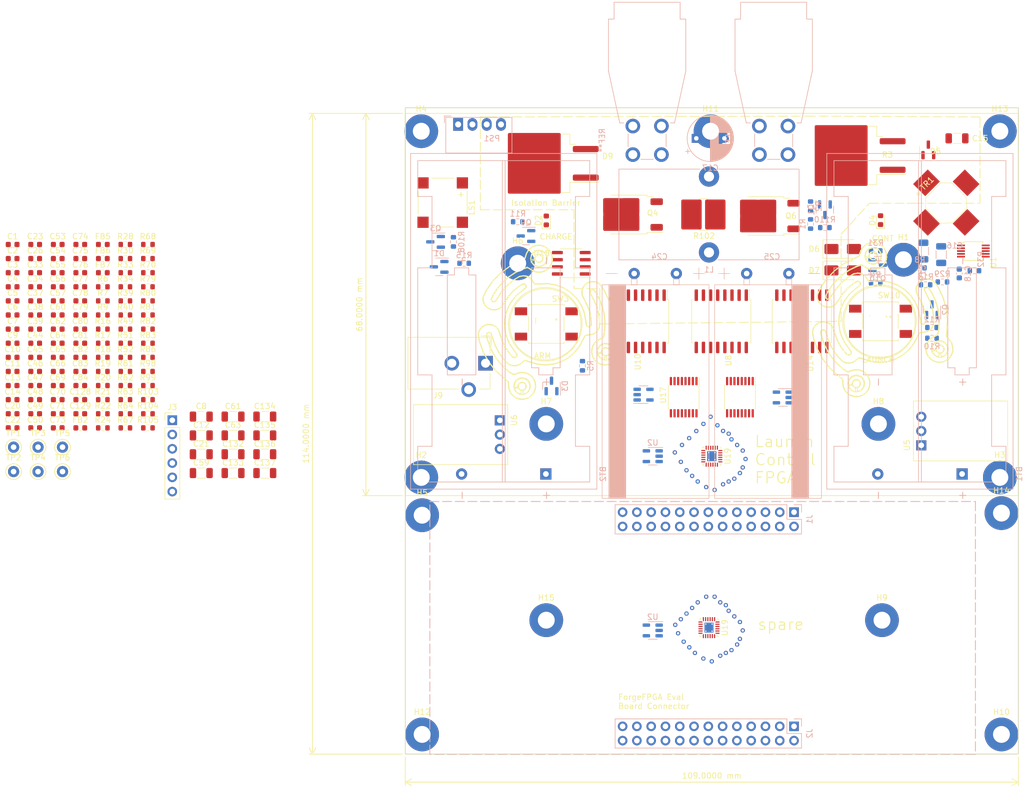
<source format=kicad_pcb>
(kicad_pcb (version 20221018) (generator pcbnew)
  (layers (0 "F.Cu" signal) (1 "In1.Cu" signal) (2 "In2.Cu" signal) (31 "B.Cu" signal) (34 "B.Paste" user) (35 "F.Paste" user) (36 "B.SilkS" user "B.Silkscreen") (37 "F.SilkS" user "F.Silkscreen") (38 "B.Mask" user) (39 "F.Mask" user) (44 "Edge.Cuts" user))
  (net 0 "")
  (net 1 "Net-(D3-A)")
  (net 2 "CVlo")
  (net 3 "+BATT")
  (net 4 "+12V")
  (net 5 "/vref0")
  (net 6 "+3.3V")
  (net 7 "+2V5")
  (net 8 "Net-(U1-CT)")
  (net 9 "Net-(U10-INP)")
  (net 10 "/vinb0+")
  (net 11 "/vinb0-")
  (net 12 "/vina0+")
  (net 13 "/vina0-")
  (net 14 "Net-(PS1-+Vout)")
  (net 15 "Net-(U14-INP)")
  (net 16 "Net-(U14-INN)")
  (net 17 "Net-(U14-DCDC_OUT)")
  (net 18 "Net-(U14-HLDO_OUT)")
  (net 19 "Net-(U10-DCDC_OUT)")
  (net 20 "Net-(U14-DCDC_IN)")
  (net 21 "Net-(U14-DCDC_GND)")
  (net 22 "/vina1+")
  (net 23 "/vinb1+")
  (net 24 "/vina1-")
  (net 25 "/vinb1-")
  (net 27 "/vref1")
  (net 28 "Net-(U8-DCDC_IN)")
  (net 29 "Net-(U8-DCDC_GND)")
  (net 30 "Net-(U8-INP)")
  (net 31 "Net-(U10-HLDO_OUT)")
  (net 32 "Net-(U8-DCDC_OUT)")
  (net 33 "Net-(U8-HLDO_OUT)")
  (net 34 "Net-(U10-DCDC_IN)")
  (net 35 "Net-(U10-DCDC_GND)")
  (net 36 "/arm_led_oc")
  (net 37 "+1V1")
  (net 39 "/cont_led_oc")
  (net 40 "Net-(Q1-G)")
  (net 41 "Net-(Q9-B)")
  (net 42 "LIhi")
  (net 43 "Net-(Q2-B)")
  (net 44 "Net-(Q1-D)")
  (net 45 "Net-(Q10-B)")
  (net 46 "/dump")
  (net 47 "Net-(U1-SEC)")
  (net 48 "Net-(D5-Pad1)")
  (net 49 "Net-(U2-EN)")
  (net 50 "Net-(R83-Pad1)")
  (net 51 "/speaker")
  (net 53 "/launch")
  (net 55 "/reset_n")
  (net 56 "/osc")
  (net 61 "Net-(D6-K)")
  (net 64 "/pwm")
  (net 65 "/charge")
  (net 66 "/done")
  (net 67 "/dataB0")
  (net 68 "/dataB1")
  (net 69 "/dataA1")
  (net 70 "/dataA0")
  (net 71 "/cs")
  (net 72 "/sclk")
  (net 73 "/LIdiag")
  (net 74 "/LVdiag")
  (net 75 "/CVdiag")
  (net 76 "Net-(D2-A)")
  (net 77 "/fire")
  (net 78 "Net-(D4-A)")
  (net 79 "/arm_led")
  (net 80 "/cont_led")
  (net 81 "Net-(U4-EN)")
  (net 86 "Net-(U3-nCS)")
  (net 87 "Net-(U3-SDATAB)")
  (net 88 "Net-(U3-SDATAA)")
  (net 89 "Net-(U3-SCLK)")
  (net 90 "Net-(U17-nCS)")
  (net 91 "Net-(U17-SDATAB)")
  (net 92 "Net-(U17-SDATAA)")
  (net 93 "Net-(U17-SCLK)")
  (net 94 "Net-(FB5-Pad1)")
  (net 95 "Net-(FB6-Pad1)")
  (net 96 "Net-(U1-RREF)")
  (net 97 "/gate")
  (net 98 "Net-(U1-RFB)")
  (net 101 "LIlo")
  (net 106 "GND")
  (net 107 "LVlo")
  (net 109 "Net-(U23-EN)")
  (net 110 "+VSW")
  (net 111 "CVhi")
  (net 112 "LVhi")
  (net 113 "+300V")
  (net 114 "/+OUT")
  (net 115 "Net-(Q3-B)")
  (net 116 "Net-(Q3-C)")
  (net 117 "Net-(U18-HO)")
  (net 118 "/LSEN")
  (net 119 "/SWDIS")
  (net 120 "/HGNDCV")
  (net 121 "/HGNDLI")
  (net 122 "/HGNDLV")
  (net 125 "/LIoutn")
  (net 126 "/LIoutp")
  (net 127 "/CVoutp")
  (net 128 "/CVoutn")
  (net 129 "/LVoutp")
  (net 130 "/LVoutn")
  (net 131 "/SW")
  (net 132 "/pwmr")
  (net 137 "/B+")
  (net 139 "/DisG")
  (net 166 "Net-(D7-K)")
  (net 167 "Net-(D7-A)")
  (footprint "Capacitor_SMD:C_0603_1608Metric" (layer "F.Cu") (at 20.685 68.35)
    (fp_text reference "C3")
    (fp_text value "1u")
  )
  (footprint "Capacitor_SMD:C_0603_1608Metric" (layer "F.Cu") (at 32.715 75.88)
    (fp_text reference "C79")
    (fp_text value "0.1u")
  )
  (footprint "Package_SO:TSSOP-16_4.4x5mm_P0.65mm" (layer "F.Cu") (at 150 90.5 -90)
    (fp_text reference "U3" hide)
    (fp_text value "AD7352")
  )
  (footprint "Capacitor_SMD:C_0603_1608Metric" (layer "F.Cu") (at 20.685 73.37)
    (fp_text reference "C5")
    (fp_text value "1u")
  )
  (footprint "Capacitor_SMD:C_0603_1608Metric" (layer "F.Cu") (at 24.695 85.92)
    (fp_text reference "C46")
    (fp_text value "0.1u")
  )
  (footprint "Capacitor_SMD:C_1206_3216Metric" (layer "F.Cu") (at 65.525 100.65)
    (fp_text reference "C136")
    (fp_text value "4.7u")
  )
  (footprint "Resistor_SMD:R_0603_1608Metric" (layer "F.Cu") (at 36.725 95.96)
    (fp_text reference "R24")
    (fp_text value "0R")
  )
  (footprint "Capacitor_SMD:C_0603_1608Metric" (layer "F.Cu") (at 24.695 95.96)
    (fp_text reference "C50")
    (fp_text value "1u")
  )
  (footprint "Resistor_SMD:R_0603_1608Metric" (layer "F.Cu") (at 40.735 90.94)
    (fp_text reference "R63")
    (fp_text value "51R")
  )
  (footprint "Capacitor_SMD:C_0603_1608Metric" (layer "F.Cu") (at 24.695 75.88)
    (fp_text reference "C38")
    (fp_text value "2.2n")
  )
  (footprint "Resistor_SMD:R_0603_1608Metric" (layer "F.Cu") (at 40.735 95.96)
    (fp_text reference "R67")
    (fp_text value "22R")
  )
  (footprint "Capacitor_SMD:C_1206_3216Metric" (layer "F.Cu") (at 59.875 100.65)
    (fp_text reference "C132")
    (fp_text value "4.7u")
  )
  (footprint "Resistor_SMD:R_0603_1608Metric" (layer "F.Cu") (at 44.745 83.41)
    (fp_text reference "R86")
    (fp_text value "22R")
  )
  (footprint "Resistor_SMD:R_0603_1608Metric" (layer "F.Cu") (at 40.735 70.86)
    (fp_text reference "R34")
    (fp_text value "10R")
  )
  (footprint "MountingHole:MountingHole_3mm_Pad" (layer "F.Cu") (at 174.625 95.25)
    (fp_text reference "H8")
    (fp_text value "~")
  )
  (footprint "Resistor_SMD:R_0603_1608Metric" (layer "F.Cu") (at 44.745 90.94)
    (fp_text reference "R103")
    (fp_text value "0R")
  )
  (footprint "Converter_DCDC:Converter_DCDC_Murata_OKI-78SR_Horizontal" (layer "F.Cu") (at 107.315 94.615 -90)
    (fp_text reference "U6")
    (fp_text value "4945")
  )
  (footprint "Capacitor_SMD:C_0603_1608Metric" (layer "F.Cu") (at 20.685 88.43)
    (fp_text reference "C13")
    (fp_text value "0.1u")
  )
  (footprint "Capacitor_SMD:C_0603_1608Metric" (layer "F.Cu") (at 28.705 78.39)
    (fp_text reference "C62")
    (fp_text value "0.1u")
  )
  (footprint "Resistor_SMD:R_0603_1608Metric" (layer "F.Cu") (at 44.745 93.45)
    (fp_text reference "R104")
    (fp_text value "0R")
  )
  (footprint "Capacitor_SMD:C_0603_1608Metric" (layer "F.Cu") (at 28.705 80.9)
    (fp_text reference "C64")
    (fp_text value "0.1u")
  )
  (footprint "MountingHole:MountingHole_3mm_Pad" (layer "F.Cu") (at 110.49 66.675)
    (fp_text reference "H6")
    (fp_text value "~")
  )
  (footprint "Capacitor_SMD:C_1206_3216Metric" (layer "F.Cu") (at 65.525 93.95)
    (fp_text reference "C134")
    (fp_text value "4.7u")
  )
  (footprint "Resistor_SMD:R_0603_1608Metric" (layer "F.Cu") (at 40.735 93.45)
    (fp_text reference "R64")
    (fp_text value "51R")
  )
  (footprint "Capacitor_SMD:C_0603_1608Metric" (layer "F.Cu") (at 28.705 63.33)
    (fp_text reference "C53")
    (fp_text value "0.1u")
  )
  (footprint "TestPoint:TestPoint_Keystone_5000-5004_Miniature" (layer "F.Cu") (at 20.855 103.74)
    (fp_text reference "TP2")
    (fp_text value "~")
  )
  (footprint "Capacitor_SMD:C_1206_3216Metric" (layer "F.Cu") (at 54.225 97.3)
    (fp_text reference "C12")
    (fp_text value "10u")
  )
  (footprint "Capacitor_SMD:C_0603_1608Metric" (layer "F.Cu") (at 20.685 93.45)
    (fp_text reference "C20")
    (fp_text value "1u")
  )
  (footprint "Capacitor_SMD:C_0603_1608Metric" (layer "F.Cu") (at 20.685 90.94)
    (fp_text reference "C14")
    (fp_text value "1u")
  )
  (footprint "MountingHole:MountingHole_3mm_Pad" (layer "F.Cu") (at 115.57 95.25)
    (fp_text reference "H7")
    (fp_text value "~")
  )
  (footprint "LED_SMD:LED_0603_1608Metric" (layer "F.Cu") (at 175 59 90)
    (fp_text reference "D4")
    (fp_text value "CONT")
  )
  (footprint "MountingHole:MountingHole_3mm_Pad" (layer "F.Cu") (at 93.345 104.775)
    (fp_text reference "H2")
    (fp_text value "~")
  )
  (footprint "MountingHole:MountingHole_3mm_Pad" (layer "F.Cu") (at 196.215 104.775)
    (fp_text reference "H3")
    (fp_text value "~")
  )
  (footprint "Resistor_SMD:R_0603_1608Metric" (layer "F.Cu") (at 36.725 90.94)
    (fp_text reference "R21")
    (fp_text value "1.99M")
  )
  (footprint "Capacitor_SMD:C_1206_3216Metric" (layer "F.Cu") (at 59.875 97.3)
    (fp_text reference "C63")
    (fp_text value "10u")
  )
  (footprint "Capacitor_SMD:C_1206_3216Metric" (layer "F.Cu") (at 65.525 104)
    (fp_text reference "C137")
    (fp_text value "4.7u")
  )
  (footprint "Capacitor_SMD:C_0603_1608Metric" (layer "F.Cu") (at 24.695 88.43)
    (fp_text reference "C47")
    (fp_text value "0.001u")
  )
  (footprint "MountingHole:MountingHole_3mm_Pad" (layer "F.Cu") (at 196.215 43.18)
    (fp_text reference "H13")
    (fp_text value "~")
  )
  (footprint "Connector_PinHeader_2.54mm:PinHeader_1x06_P2.54mm_Vertical" (layer "F.Cu") (at 49.075 94.6)
    (fp_text reference "J3")
    (fp_text value "Conn_01x06")
  )
  (footprint "Capacitor_SMD:C_0603_1608Metric" (layer "F.Cu") (at 28.705 88.43)
    (fp_text reference "C69")
    (fp_text value "0.1u")
  )
  (footprint "MountingHole:MountingHole_3mm_Pad" (layer "F.Cu") (at 93.345 43.18)
    (fp_text reference "H4")
    (fp_text value "~")
  )
  (footprint "MountingHole:MountingHole_3mm_Pad" (layer "F.Cu") (at 179.07 66.04)
    (fp_text reference "H1")
    (fp_text value "~")
  )
  (footprint "Capacitor_SMD:C_0603_1608Metric" (layer "F.Cu") (at 24.695 68.35)
    (fp_text reference "C33")
    (fp_text value "0.01u")
  )
  (footprint "Capacitor_SMD:C_1206_3216Metric" (layer "F.Cu") (at 59.875 104)
    (fp_text reference "C133")
    (fp_text value "4.7u")
  )
  (footprint "Package_SO:SOIC-16W_7.5x10.3mm_P1.27mm" (layer "F.Cu") (at 161 77 -90)
    (fp_text reference "U14")
    (fp_text value "AMC3302")
  )
  (footprint "Resistor_SMD:R_0603_1608Metric" (layer "F.Cu") (at 40.735 65.84)
    (fp_text reference "R30")
    (fp_text value "47K")
  )
  (footprint "Capacitor_SMD:C_0603_1608Metric" (layer "F.Cu") (at 24.695 70.86)
    (fp_text reference "C34")
    (fp_text value "1u")
  )
  (footprint "Capacitor_SMD:C_0603_1608Metric" (layer "F.Cu") (at 20.685 75.88)
    (fp_text reference "C6")
    (fp_text value "0.01u")
  )
  (footprint "Capacitor_SMD:C_0603_1608Metric" (layer "F.Cu") (at 28.705 83.41)
    (fp_text reference "C65")
    (fp_text value "0.01u")
  )
  (footprint "Capacitor_SMD:C_1206_3216Metric" (layer "F.Cu") (at 188.595 44.45 180)
    (fp_text reference "C15")
    (fp_text value "0.022u 630v")
  )
  (footprint "TestPoint:TestPoint_Keystone_5000-5004_Miniature" (layer "F.Cu") (at 29.555 99.39)
    (fp_text reference "TP5")
    (fp_text value "~")
  )
  (footprint "Capacitor_SMD:C_0603_1608Metric" (layer "F.Cu") (at 28.705 93.45)
    (fp_text reference "C71")
    (fp_text value "0.001u")
  )
  (footprint "Capacitor_SMD:C_0603_1608Metric" (layer "F.Cu") (at 20.685 95.96)
    (fp_text reference "C22")
    (fp_text value "0.1u")
  )
  (footprint "Resistor_SMD:R_0603_1608Metric" (layer "F.Cu") (at 36.725 83.41)
    (fp_text reference "R18")
    (fp_text value "22R")
  )
  (footprint "Capacitor_SMD:C_0603_1608Metric" (layer "F.Cu") (at 28.705 85.92)
    (fp_text reference "C66")
    (fp_text value "1u")
  )
  (footprint "Resistor_SMD:R_0603_1608Metric" (layer "F.Cu") (at 44.745 73.37)
    (fp_text reference "R80")
    (fp_text value "1.99M")
  )
  (footprint "Capacitor_SMD:C_0603_1608Metric" (layer "F.Cu") (at 20.685 83.41)
    (fp_text reference "C10")
    (fp_text value "1u")
  )
  (footprint "Capacitor_SMD:C_0603_1608Metric" (layer "F.Cu") (at 24.695 83.41)
    (fp_text reference "C45")
    (fp_text value "1u")
  )
  (footprint "TestPoint:TestPoint_Keystone_5000-5004_Miniature" (layer "F.Cu") (at 25.205 99.39)
    (fp_text reference "TP3")
    (fp_text value "~")
  )
  (footprint "Resistor_SMD:R_0603_1608Metric" (layer "F.Cu") (at 40.735 80.9)
    (fp_text reference "R51")
    (fp_text value "0R")
  )
  (footprint "Capacitor_SMD:C_0603_1608Metric" (layer "F.Cu") (at 28.705 73.37)
    (fp_text reference "C57")
    (fp_text value "2.2n")
  )
  (footprint "Capacitor_SMD:C_0603_1608Metric" (layer "F.Cu") (at 28.705 75.88)
    (fp_text reference "C60")
    (fp_text value "0.1u")
  )
  (footprint "Converter_DCDC:Converter_DCDC_Murata_OKI-78SR_Horizontal" (layer "F.Cu") (at 182.245 99.06 90)
    (fp_text reference "U5")
    (fp_text value "LMO78_03-1.0")
  )
  (footprint "Resistor_SMD:R_0603_1608Metric" (layer "F.Cu") (at 36.725 93.45)
    (fp_text reference "R22")
    (fp_text value "10R")
  )
  (footprint "Resistor_SMD:R_0603_1608Metric" (layer "F.Cu") (at 44.745 80.9)
    (fp_text reference "R83")
    (fp_text value "10K")
  )
  (footprint "MountingHole:MountingHole_3mm_Pad" (layer "F.Cu") (at 196.5 111.125)
    (fp_text reference "H14")
    (fp_text value "~")
  )
  (footprint "Resistor_SMD:R_0603_1608Metric" (layer "F.Cu") (at 44.745 95.96)
    (fp_text reference "R105")
    (fp_text value "22R")
  )
  (footprint "Resistor_SMD:R_0603_1608Metric" (layer "F.Cu") (at 36.725 78.39)
    (fp_text reference "R16")
    (fp_text value "22R")
  )
  (footprint "myspace pcb:button_frog" (layer "F.Cu") (at 115.57 77.47)
    (fp_text reference "REF**")
    (fp_text value "button_frog")
  )
  (footprint "myspace pcb:SW_SPST_HP03" (layer "F.Cu") (at 115.57 77.47)
    (fp_text reference "SW3")
    (fp_text value "ARM")
  )
  (footprint "Capacitor_SMD:C_0603_1608Metric" (layer "F.Cu") (at 32.715 93.45)
    (fp_text reference "C129")
    (fp_text value "1u")
  )
  (footprint "Connector_BarrelJack:BarrelJack_CUI_PJ-102AH_Horizontal" (layer "F.Cu") (at 104.775 84.455 -90)
    (fp_text reference "J9")
    (fp_text value "Screw_Terminal_01x02")
  )
  (footprint "Capacitor_SMD:C_0603_1608Metric" (layer "F.Cu") (at 24.695 93.45)
    (fp_text reference "C49")
    (fp_text value "0.1u")
  )
  (footprint "Resistor_SMD:R_0603_1608Metric" (layer "F.Cu") (at 44.745 88.43)
    (fp_text reference "R99")
    (fp_text value "0R")
  )
  (footprint "Package_SO:TSSOP-16_4.4x5mm_P0.65mm" (layer "F.Cu") (at 140 90.5 -90)
    (fp_text reference "U17")
    (fp_text value "AD7352")
  )
  (footprint "Resistor_SMD:R_0603_1608Metric" (layer "F.Cu") (at 40.735 73.37)
    (fp_text reference "R39")
    (fp_text value "51R")
  )
  (footprint "Inductor_SMD:L_0603_1608Metric" (layer "F.Cu") (at 32.715 95.96)
    (fp_text reference "FB2")
    (fp_text value "Ferrite")
  )
  (footprint "Resistor_SMD:R_0603_1608Metric" (layer "F.Cu") (at 40.735 75.88)
    (fp_text reference "R40")
    (fp_text value "51R")
  )
  (footprint "Package_DFN_QFN:QFN-24-1EP_3x3mm_P0.4mm_EP1.75x1.6mm_ThermalVias" (layer "F.Cu") (at 144.5 131.5 -90)
    (fp_text reference "U19")
    (fp_text value "~")
  )
  (footprint "Capacitor_SMD:C_0603_1608Metric" (layer "F.Cu") (at 24.695 63.33)
    (fp_text reference "C23")
    (fp_text value "0.001u")
  )
  (footprint "Resistor_SMD:R_0603_1608Metric" (layer "F.Cu") (at 40.735 83.41)
    (fp_text reference "R52")
    (fp_text value "47K")
  )
  (footprint "Package_SO:SOIC-16W_7.5x10.3mm_P1.27mm" (layer "F.Cu") (at 132.08 77 -90)
    (fp_text reference "U10")
    (fp_text value "AMC3330")
  )
  (footprint "Capacitor_SMD:C_0603_1608Metric" (layer "F.Cu") (at 28.705 90.94)
    (fp_text reference "C70")
    (fp_text value "1u")
  )
  (footprint "Capacitor_SMD:C_0603_1608Metric" (layer "F.Cu") (at 32.715 65.84)
    (fp_text reference "C75")
    (fp_text value "1u")
  )
  (footprint "Resistor_SMD:R_0603_1608Metric" (layer "F.Cu") (at 44.745 75.88)
    (fp_text reference "R81")
    (fp_text value "1.99M")
  )
  (footprint "Resistor_SMD:R_0603_1608Metric" (layer "F.Cu") (at 44.745 63.33)
    (fp_text reference "R68")
    (fp_text value "22R")
  )
  (footprint "Capacitor_SMD:C_1206_3216Metric" (layer "F.Cu") (at 54.225 100.65)
    (fp_text reference "C21")
    (fp_text value "10u")
  )
  (footprint "Resistor_SMD:R_0603_1608Metric" (layer "F.Cu") (at 40.735 88.43)
    (fp_text reference "R62")
    (fp_text value "51R")
  )
  (footprint "Package_SO:SOIC-8_3.9x4.9mm_P1.27mm" (layer "F.Cu") (at 120.015 66.675 180)
    (fp_text reference "U18")
    (fp_text value "IR2127")
  )
  (footprint "MountingHole:MountingHole_3mm_Pad" (layer "F.Cu") (at 196.5 150.5)
    (fp_text reference "H10")
    (fp_text value "~")
  )
  (footprint "Capacitor_SMD:C_0603_1608Metric" (layer "F.Cu") (at 32.715 83.41)
    (fp_text reference "C82")
    (fp_text value "0.1u")
  )
  (footprint "Resistor_SMD:R_0603_1608Metric" (layer "F.Cu") (at 40.735 63.33)
    (fp_text reference "R28")
    (fp_text value "10.01K")
  )
  (footprint "Resistor_SMD:R_0603_1608Metric" (layer "F.Cu") (at 44.745 78.39)
    (fp_text reference "R82")
    (fp_text value "10.01K")
  )
  (footprint "Capacitor_SMD:C_0603_1608Metric" (layer "F.Cu") (at 32.715 88.43)
    (fp_text reference "C84")
    (fp_text value "0.1u")
  )
  (footprint "Capacitor_SMD:C_0603_1608Metric" (layer "F.Cu") (at 32.715 73.37)
    (fp_text reference "C78")
    (fp_text value "0.001u")
  )
  (footprint "Package_TO_SOT_SMD:SOT-23" (layer "F.Cu") (at 183.5 46.5 90)
    (fp_text reference "D5")
    (fp_text value "GSD2004S")
  )
  (footprint "Capacitor_SMD:C_0603_1608Metric" (layer "F.Cu") (at 20.685 63.33)
    (fp_text reference "C1")
    (fp_text value "1u")
  )
  (footprint "TestPoint:TestPoint_Keystone_5000-5004_Miniature" (layer "F.Cu") (at 20.855 99.39)
    (fp_text reference "TP1")
    (fp_text value "~")
  )
  (footprint "Capacitor_SMD:C_1206_3216Metric" (layer "F.Cu") (at 65.525 97.3)
    (fp_text reference "C135")
    (fp_text value "4.7u")
  )
  (footprint "Resistor_SMD:R_0603_1608Metric" (layer "F.Cu") (at 44.745 65.84)
    (fp_text reference "R69")
    (fp_text value "22R")
  )
  (footprint "Buzzer_Beeper:PUIAudio_SMT_0825_S_4_R" (layer "F.Cu") (at 97.155 55.88 -90)
    (fp_text reference "LS1")
    (fp_text value "Speaker")
  )
  (footprint "Inductor_SMD:L_0603_1608Metric" (layer "F.Cu") (at 36.725 68.35)
    (fp_text reference "FB7")
    (fp_text value "Ferrite")
  )
  (footprint "Capacitor_SMD:C_0603_1608Metric" (layer "F.Cu") (at 32.715 63.33)
    (fp_text reference "C74")
    (fp_text value "0.001u")
  )
  (footprint "MountingHole:MountingHole_3mm_Pad" (layer "F.Cu") (at 93.5 150.5)
    (fp_text reference "H12")
    (fp_text value "~")
  )
  (footprint "Package_TO_SOT_SMD:TO-263-2_TabPin1" (layer "F.Cu") (at 169.5 47.5 180)
    (fp_text reference "R3")
    (fp_text value "3K3 25W")
  )
  (footprint "LED_SMD:LED_0603_1608Metric" (layer "F.Cu") (at 115.57 59.055 90)
    (fp_text reference "D2")
    (fp_text value "ARM")
  )
  (footprint "Package_TO_SOT_SMD:TO-263-2_TabPin1" (layer "F.Cu") (at 114.935 48.895 180)
    (fp_text reference "D9")
    (fp_text value "‎STPSC10065G2")
  )
  (footprint "MountingHole:MountingHole_3mm_Pad" (layer "F.Cu") (at 144.78 43.18)
    (fp_text reference "H11")
    (fp_text value "~")
  )
  (footprint "Resistor_SMD:R_0603_1608Metric" (layer "F.Cu") (at 36.725 80.9)
    (fp_text reference "R17")
    (fp_text value "22R")
  )
  (footprint "Capacitor_SMD:C_0603_1608Metric" (layer "F.Cu") (at 32.715 85.92)
    (fp_text reference "C83")
    (fp_text value "0.1u")
  )
  (footprint "Capacitor_SMD:C_0603_1608Metric" (layer "F.Cu") (at 24.695 78.39)
    (fp_text reference "C39")
    (fp_text value "2.2n")
  )
  (footprint "Resistor_SMD:R_0603_1608Metric" (layer "F.Cu") (at 36.725 75.88)
    (fp_text reference "R9")
    (fp_text value "10K")
  )
  (footprint "Capacitor_SMD:C_0603_1608Metric" (layer "F.Cu") (at 32.715 68.35)
    (fp_text reference "C76")
    (fp_text value "0.1u")
  )
  (footprint "Capacitor_SMD:C_0603_1608Metric" (layer "F.Cu") (at 20.685 70.86)
    (fp_text reference "C4")
    (fp_text value "0.01u")
  )
  (footprint "Resistor_SMD:R_0603_1608Metric" (layer "F.Cu") (at 44.745 68.35)
    (fp_text reference "R70")
    (fp_text value "22R")
  )
  (footprint "Capacitor_SMD:C_0603_1608Metric" (layer "F.Cu") (at 20.685 85.92)
    (fp_text reference "C11")
    (fp_text value "1u")
  )
  (footprint "Capacitor_SMD:C_0603_1608Metric" (layer "F.Cu") (at 24.695 80.9)
    (fp_text reference "C44")
    (fp_text value "0.01u")
  )
  (footprint "Inductor_SMD:L_0603_1608Metric" (layer "F.Cu") (at 36.725 65.84)
    (fp_text reference "FB6")
    (fp_text value "Ferrite")
  )
  (footprint "Resistor_SMD:R_0603_1608Metric" (layer "F.Cu") (at 36.725 85.92)
    (fp_text reference "R19")
    (fp_text value "22R")
  )
  (footprint "Resistor_SMD:R_0603_1608Metric" (layer "F.Cu") (at 40.735 78.39)
    (fp_text reference "R49")
    (fp_text value "0R")
  )
  (footprint "Package_TO_SOT_SMD:TO-252-2" (layer "F.Cu") (at 130.16 58 180)
    (fp_text reference "Q4")
    (fp_text value "IPD60R145")
  )
  (footprint "MountingHole:MountingHole_3mm_Pad" (layer "F.Cu") (at 93.5 111.5)
    (fp_text reference "H5")
    (fp_text value "~")
  )
  (footprint "Resistor_SMD:R_0603_1608Metric" (layer "F.Cu") (at 36.725 73.37)
    (fp_text reference "R7")
    (fp_text value "10K")
  )
  (footprint "Diode_SMD:D_SMA" (layer "F.Cu") (at 168.275 64.135)
    (fp_text reference "D6")
    (fp_text value "ES1J")
  )
  (footprint "myspace pcb:SW_SPST_HP03" (layer "F.Cu") (at 175 77 180)
    (fp_text reference "SW10")
    (fp_text value "LAUNCH")
  )
  (footprint "Resistor_SMD:R_0603_1608Metric" (layer "F.Cu") (at 36.725 88.43)
    (fp_text reference "R20")
    (fp_text value "1.99M")
  )
  (footprint "MountingHole:MountingHole_3mm_Pad" (layer "F.Cu") (at 115.57 130.175)
    (fp_text reference "H15")
    (fp_text value "~")
  )
  (footprint "Capacitor_SMD:C_0603_1608Metric" (layer "F.Cu") (at 20.685 78.39)
    (fp_text reference "C7")
    (fp_text value "1u")
  )
  (footprint "Package_SO:SOIC-16W_7.5x10.3mm_P1.27mm" (layer "F.Cu") (at 146.685 77 -90)
    (fp_text reference "U8")
    (fp_text value "AMC3330")
  )
  (footprint "Capacitor_SMD:C_0603_1608Metric" (layer "F.Cu") (at 32.715 80.9)
    (fp_text reference "C81")
    (fp_text value "0.1u")
  )
  (footprint "Capacitor_SMD:C_0603_1608Metric" (layer "F.Cu") (at 24.695 65.84)
    (fp_text reference "C26")
    (fp_text value "1u")
  )
  (footprint "Capacitor_SMD:C_1206_3216Metric" (layer "F.Cu") (at 54.225 93.95)
    (fp_text reference "C8")
    (fp_text value "10u")
  )
  (footprint "MountingHole:MountingHole_3mm_Pad" (layer "F.Cu") (at 175.26 130.175)
    (fp_text reference "H9")
    (fp_text value "~")
  )
  (footprint "Capacitor_SMD:C_0603_1608Metric" (layer "F.Cu") (at 24.695 73.37)
    (fp_text reference "C37")
    (fp_text value "0.001u")
  )
  (footprint "Capacitor_SMD:C_0603_1608Metric" (layer "F.Cu") (at 24.695 90.94)
    (fp_text reference "C48")
    (fp_text value "0.001u")
  )
  (footprint "Capacitor_SMD:C_0603_1608Metric" (layer "F.Cu") (at 20.685 80.9)
    (fp_text reference "C9")
    (fp_text value "0.1u")
  )
  (footprint "TestPoint:TestPoint_Keystone_5000-5004_Miniature" (layer "F.Cu") (at 29.555 103.74)
    (fp_text reference "TP6")
    (fp_text value "~")
  )
  (footprint "myspace pcb:R_2818 current sense" (layer "F.Cu") (at 143.5 58 180)
    (fp_text reference "R102")
    (fp_text value "0.005R 1W")
  )
  (footprint "TestPoint:TestPoint_Keystone_5000-5004_Miniature" (layer "F.Cu") (at 25.205 103.74)
    (fp_text reference "TP4")
    (fp_text value "~")
  )
  (footprint "Capacitor_SMD:C_0603_1608Metric" (layer "F.Cu") (at 28.705 95.96)
    (fp_text reference "C73")
    (fp_text value "0.1u")
  )
  (footprint "Resistor_SMD:R_0603_1608Metric" (layer "F.Cu") (at 40.735 68.35)
    (fp_text reference "R33")
    (fp_text value "10R")
  )
  (footprint "Capacitor_SMD:C_0603_1608Metric" (layer "F.Cu") (at 20.685 65.84)
    (fp_text reference "C2")
    (fp_text value "0.01u")
  )
  (footprint "Package_DFN_QFN:QFN-24-1EP_3x3mm_P0.4mm_EP1.75x1.6mm_ThermalVias" (layer "F.Cu") (at 145 101 -90)
    (fp_text reference "U19")
    (fp_text value "~")
  )
  (footprint "Package_TO_SOT_SMD:TO-252-2" (layer "F.Cu") (at 154.5 58.27 180)
    (fp_text reference "Q6")
    (fp_text value "IPD60R145")
  )
  (footprint "Capacitor_SMD:C_0603_1608Metric" (layer "F.Cu") (at 28.705 65.84)
    (fp_text reference "C54")
    (fp_text value "2.2n")
  )
  (footprint "Capacitor_SMD:C_0603_1608Metric" (layer "F.Cu") (at 28.705 70.86)
    (fp_text reference "C56")
    (fp_text value "2.2n")
  )
  (footprint "Resistor_SMD:R_0603_1608Metric" (layer "F.Cu") (at 44.745 85.92)
    (fp_text reference "R98")
    (fp_text value "10K")
  )
  (footprint "Capacitor_SMD:C_1206_3216Metric" (layer "F.Cu") (at 54.225 104)
    (fp_text reference "C59")
    (fp_text value "10u")
  )
  (footprint "Capacitor_SMD:C_0603_1608Metric" (layer "F.Cu") (at 32.715 70.86)
    (fp_text reference "C77")
    (fp_text value "0.001u")
  )
  (footprint "Capacitor_SMD:C_1206_3216Metric" (layer "F.Cu") (at 59.875 93.95)
    (fp_text reference "C61")
    (fp_text value "10u")
  )
  (footprint "Resistor_SMD:R_0603_1608Metric" (layer "F.Cu") (at 36.725 70.86)
    (fp_text reference "R6")
    (fp_text value "10K")
  )
  (footprint "Resistor_SMD:R_0603_1608Metric" (layer "F.Cu") (at 44.745 70.86)
    (fp_text reference "R79")
    (fp_text value "47K")
  )
  (footprint "Resistor_SMD:R_0603_1608Metric" (layer "F.Cu") (at 40.735 85.92)
    (fp_text reference "R61")
    (fp_text value "51R")
  )
  (footprint "Capacitor_SMD:C_0603_1608Metric" (layer "F.Cu") (at 28.705 68.35)
    (fp_text reference "C55")
    (fp_text value "2.2n")
  )
  (footprint "Package_SO:MSOP-10_3x3mm_P0.5mm" (layer "F.Cu") (at 191.5 64.5)
    (fp_text reference "U1")
    (fp_text value "LT3420")
  )
  (footprint "myspace pcb:button_frog" (layer "F.Cu") (at 175 77)
    (fp_text reference "REF**")
    (fp_text value "button_frog")
  )
  (footprint "Capacitor_SMD:C_0603_1608Metric" (layer "F.Cu") (at 32.715 78.39)
    (fp_text reference "C80")
    (fp_text value "0.001u")
  )
  (footprint "Capacitor_SMD:C_0603_1608Metric" (layer "F.Cu") (at 32.715 90.94)
    (fp_text reference "C128")
    (fp_text value "1u")
  )
  (footprint "Inductor_SMD:L_0603_1608Metric" (layer "F.Cu") (at 36.725 63.33)
    (fp_text reference "FB5")
    (fp_text value "Ferrite")
  )
  (footprint "Diode_SMD:D_SMA" (layer "F.Cu") (at 168.275 67.945)
    (fp_text reference "D7")
    (fp_text value "ES1J")
  )
  (footprint "myspace pcb:PA0637A Pulse Coil" (layer "F.Cu") (at 186.69 55.88 45)
    (fp_text reference "TR1")
    (fp_text value "PA0367A")
  )
  (footprint "Inductor_THT:L_Toroid_Vertical_L31.8mm_W15.9mm_P13.50mm_Bourns_5700" (layer "B.Cu") (at 144.5 64.745)
    (fp_text reference "L1")
    (fp_text value "390uH 5A")
  )
  (footprint "Resistor_SMD:R_0603_1608Metric" (layer "B.Cu") (at 165.1 60.325 180)
    (fp_text reference "R110")
    (fp_text value "0R")
  )
  (footprint "Battery:BatteryHolder_Keystone_2462_2xAA" (layer "B.Cu") (at 189.5 104.165 90)
    (fp_text reference "BT1")
    (fp_text value "~")
  )
  (footprint "myspace pcb:CAP_radial_18mmdia_38mmh_L" (layer "B.Cu") (at 158.7 68.5 180)
    (fp_text reference "C25")
    (fp_text value "100u 400V")
  )
  (footprint "Resistor_SMD:R_0603_1608Metric" (layer "B.Cu") (at 184.15 80.01)
    (fp_text reference "R10")
    (fp_text value "10K")
  )
  (footprint "Resistor_SMD:R_0603_1608Metric" (layer "B.Cu") (at 174.135 64.46 180)
    (fp_text reference "R31")
    (fp_text value "1K")
  )
  (footprint "Package_TO_SOT_SMD:SOT-23" (layer "B.Cu") (at 174.5 67)
    (fp_text reference "Q10")
    (fp_text value "MMBT3904")
  )
  (footprint "Package_TO_SOT_SMD:SOT-23-5" (layer "B.Cu") (at 134.5 132 180)
    (fp_text reference "U2")
    (fp_text value "TLV74318")
  )
  (footprint "Connector:CalTest_CT3151" (layer "B.Cu") (at 153.46 42.26 -90)
    (fp_text reference "REF**")
    (fp_text value "CalTest_CT3151")
  )
  (footprint "Package_TO_SOT_SMD:SOT-23" (layer "B.Cu") (at 165.1 57.15 -90)
    (fp_text reference "Q1")
    (fp_text value "STR2P3LLH6(Pfet)")
  )
  (footprint "Package_TO_SOT_SMD:SOT-23" (layer "B.Cu") (at 95.885 62.865 180)
    (fp_text reference "Q3")
    (fp_text value "MMBT3904")
  )
  (footprint "Resistor_SMD:R_0603_1608Metric" (layer "B.Cu") (at 184.15 78.105 180)
    (fp_text reference "R12")
    (fp_text value "10K")
  )
  (footprint "Connector_PinSocket_2.54mm:PinSocket_2x13_P2.54mm_Vertical" (layer "B.Cu") (at 159.62 110.96 90)
    (fp_text reference "J1")
    (fp_text value "Conn_02x13_Odd_Even")
  )
  (footprint "Resistor_SMD:R_0603_1608Metric" (layer "B.Cu") (at 122 84.908383 90)
    (fp_text reference "R5")
    (fp_text value "10K")
  )
  (footprint "Package_TO_SOT_SMD:SOT-23" (layer "B.Cu") (at 111.96 61.825 180)
    (fp_text reference "Q9")
    (fp_text value "MMBT3904")
  )
  (footprint "Resistor_SMD:R_0603_1608Metric" (layer "B.Cu") (at 110.5 59.285 180)
    (fp_text reference "R11")
    (fp_text value "10K")
  )
  (footprint "myspace pcb:CAP_radial_18mmdia_38mmh" (layer "B.Cu") (at 138.7 68.5 180)
    (fp_text reference "C24")
    (fp_text value "100u 400V")
  )
  (footprint "Connector_PinSocket_2.54mm:PinSocket_2x13_P2.54mm_Vertical" (layer "B.Cu") (at 159.62 149.06 90)
    (fp_text reference "J2")
    (fp_text value "Conn_02x13_Odd_Even")
  )
  (footprint "Resistor_SMD:R_0603_1608Metric" (layer "B.Cu") (at 162.56 59.69 -90)
    (fp_text reference "R1")
    (fp_text value "100K")
  )
  (footprint "Package_TO_SOT_SMD:SOT-23" (layer "B.Cu") (at 116.5 88.5 90)
    (fp_text reference "D3")
    (fp_text value "BAV99")
  )
  (footprint "Capacitor_SMD:C_1206_3216Metric" (layer "B.Cu") (at 185.785 65.135 90)
    (fp_text reference "C16")
    (fp_text value "4.7u")
  )
  (footprint "Package_TO_SOT_SMD:SOT-23-5" (layer "B.Cu") (at 157.625 90.55 180)
    (fp_text reference "U4")
    (fp_text value "TLV74325")
  )
  (footprint "Resistor_SMD:R_0603_1608Metric" (layer "B.Cu") (at 186 70 180)
    (fp_text reference "R29")
    (fp_text value "51.1K")
  )
  (footprint "Package_TO_SOT_SMD:SOT-23" (layer "B.Cu") (at 96.52 67.31 180)
    (fp_text reference "D1")
    (fp_text value "BAV99")
  )
  (footprint "Capacitor_THT:CP_Radial_D8.0mm_P5.00mm" (layer "B.Cu") (at 142.24 44.45)
    (fp_text reference "C17")
    (fp_text value "100u 20v")
  )
  (footprint "Package_TO_SOT_SMD:SOT-23-5" (layer "B.Cu") (at 134.5 101 180)
    (fp_text reference "U2")
    (fp_text value "TLV74318")
  )
  (footprint "Converter_DCDC:Converter_DCDC_Murata_MEE1SxxxxSC_THT" (layer "B.Cu") (at 99.8975 41.9725 -90)
    (fp_text reference "PS1")
    (fp_text value "RM-1212S")
  )
  (footprint "Resistor_SMD:R_0603_1608Metric" (layer "B.Cu") (at 162.56 56.515 90)
    (fp_text reference "R2")
    (fp_text value "100K")
  )
  (footprint "Resistor_SMD:R_0603_1608Metric" (layer "B.Cu") (at 191.695428 68)
    (fp_text reference "R32")
    (fp_text value "100K")
  )
  (footprint "Resistor_SMD:R_0603_1608Metric" (layer "B.Cu") (at 100.965 66.675 180)
    (fp_text reference "R15")
    (fp_text value "1K")
  )
  (footprint "Package_TO_SOT_SMD:SOT-23-5" (layer "B.Cu") (at 132.8625 90.05)
    (fp_text reference "U23" hide)
    (fp_text value "TLV74325")
  )
  (footprint "Connector:CalTest_CT3151" (layer "B.Cu") (at 130.96 42.26 -90)
    (fp_text reference "REF**")
    (fp_text value "CalTest_CT3151")
  )
  (footprint "Capacitor_SMD:C_0603_1608Metric" (layer "B.Cu") (at 189 68.5 -90)
    (fp_text reference "C18")
    (fp_text value "1u")
  )
  (footprint "Resistor_SMD:R_0603_1608Metric" (layer "B.Cu") (at 174.135 70.175 180)
    (fp_text reference "R4")
    (fp_text value "10K")
  )
  (footprint "Battery:BatteryHolder_Keystone_2462_2xAA" (layer "B.Cu") (at 115.5 104.165 90)
    (fp_text reference "BT2")
    (fp_text value "BatteryHolder_Keystone_2462_2xAA")
  )
  (footprint "Resistor_SMD:R_0603_1608Metric" (layer "B.Cu") (at 99.06 62.865 90)
    (fp_text reference "R108")
    (fp_text value "1K")
  )
  (footprint "Resistor_SMD:R_0603_1608Metric" (layer "B.Cu") (at 181.99 67.49 180)
    (fp_text reference "R8")
    (fp_text value "2K")
  )
  (footprint "Capacitor_SMD:C_1206_3216Metric" (layer "B.Cu") (at 182.61 64.5 90)
    (fp_text reference "C19")
    (fp_text value "4.7u")
  )
  (footprint "Package_TO_SOT_SMD:SOT-23" (layer "B.Cu") (at 184.135 74.931617 90)
    (fp_text reference "Q2")
    (fp_text value "2N3904")
  )
  (footprint "Resistor_SMD:R_0603_1608Metric" (layer "B.Cu") (at 183 70.5 180)
    (fp_text reference "R13")
    (fp_text value "10K")
  )
  (gr_rect (start 94.865 109.055) (end 191.865 154.055) (stroke (width 0.15) (type dash)) (fill none) (layer "B.SilkS"))
  (gr_rect (start 90.5 40) (end 199.5 154) (stroke (width 0.15)) (fill none) (layer "F.SilkS"))
  (gr_poly (pts (xy 168 77) (xy 168 61.5) (xy 173 56) (xy 181 56) (xy 192.69 56) (xy 192.69 40.64) (xy 163 40.5) (xy 105.41 40.64) (xy 104.775 40.64) (xy 103.85 40.64) (xy 103.85 57.15) (xy 111 57.15) (xy 120.5 57.15) (xy 120.5 71.175) (xy 125.095 71.175) (xy 125.095 77.47)) (stroke (width 0.15) (type dash)) (fill none) (layer "F.SilkS"))
  (gr_rect (start 90.5 39) (end 199.5 108) (stroke (width 0.15)) (fill none) (layer "F.SilkS"))
  (gr_rect (start 90.5 39) (end 199.5 154) (stroke (width 0.1)) (fill none) (layer "Edge.Cuts"))
  (gr_text "Isolation Barrier" (at 109.22 56.515) (layer "F.SilkS") (effects (font (size 1 1)) (justify left bottom)))
  (gr_text "spare" (at 153.035 132.08) (layer "F.SilkS") (effects (font (size 2 2) (thickness 0.2)) (justify left bottom)))
  (gr_text "Launch\nControl\nFPGA" (at 152.5 106) (layer "F.SilkS") (effects (font (size 2 2) (thickness 0.2)) (justify left bottom)))
  (gr_text "CONT" (at 173.355 62.865) (layer "F.SilkS") (effects (font (size 1 1)) (justify left bottom)))
  (gr_text "CHARGE\n\n" (at 114.3 64.135) (layer "F.SilkS") (effects (font (size 1 1)) (justify left bottom)))
  (gr_text "ForgeFPGA Eval \nBoard Connector" (at 128.27 146.05) (layer "F.SilkS") (effects (font (size 1 1)) (justify left bottom)))
  (dimension (type aligned) (layer "F.SilkS") (pts (xy 90.5 154) (xy 199.5 154)) (height 5) (gr_text "4.2913 in" (at 145 157.85) (layer "F.SilkS") (effects (font (size 1 1) (thickness 0.15)))) (format (prefix "") (suffix "") (units 3) (units_format 1) (precision 4)) (style (thickness 0.15) (arrow_length 1.27) (text_position_mode 0) (extension_height 0.58642) (extension_offset 0.5) keep_text_aligned))
  (dimension (type aligned) (layer "F.SilkS") (pts (xy 90.5 40) (xy 90.5 154)) (height 16.5) (gr_text "4.4882 in" (at 72.85 97 90) (layer "F.SilkS") (effects (font (size 1 1) (thickness 0.15)))) (format (prefix "") (suffix "") (units 3) (units_format 1) (precision 4)) (style (thickness 0.15) (arrow_length 1.27) (text_position_mode 0) (extension_height 0.58642) (extension_offset 0.5) keep_text_aligned))
  (dimension (type aligned) (layer "F.SilkS") (pts (xy 90.5 40) (xy 90.5 108)) (height 7) (gr_text "2.6772 in" (at 82.35 74 90) (layer "F.SilkS") (effects (font (size 1 1) (thickness 0.15)))) (format (prefix "") (suffix "") (units 3) (units_format 1) (precision 4)) (style (thickness 0.15) (arrow_length 1.27) (text_position_mode 0) (extension_height 0.58642) (extension_offset 0.5) keep_text_aligned))
  (via (at 146.5 136.5) (size 0.762) (drill 0.381) (layers "F.Cu" "B.Cu") (net 0))
  (via (at 142 136) (size 0.762) (drill 0.381) (layers "F.Cu" "B.Cu") (net 0))
  (via (at 140.5 103.5) (size 0.762) (drill 0.381) (layers "F.Cu" "B.Cu") (net 0))
  (via (at 150.5 100) (size 0.762) (drill 0.381) (layers "F.Cu" "B.Cu") (net 0))
  (via (at 148 128.5) (size 0.762) (drill 0.381) (layers "F.Cu" "B.Cu") (net 0))
  (via (at 150.5 132) (size 0.762) (drill 0.381) (layers "F.Cu" "B.Cu") (net 0))
  (via (at 149.5 99) (size 0.762) (drill 0.381) (layers "F.Cu" "B.Cu") (net 0))
  (via (at 144.78 93.98) (size 0.762) (drill 0.381) (layers "F.Cu" "B.Cu") (net 0))
  (via (at 145.5 107) (size 0.762) (drill 0.381) (layers "F.Cu" "B.Cu") (net 0))
  (via (at 139.5 102) (size 0.762) (drill 0.381) (layers "F.Cu" "B.Cu") (net 0))
  (via (at 142.5 105.5) (size 0.762) (drill 0.381) (layers "F.Cu" "B.Cu") (net 0))
  (via (at 141 135) (size 0.762) (drill 0.381) (layers "F.Cu" "B.Cu") (net 0))
  (via (at 151 101.5) (size 0.762) (drill 0.381) (layers "F.Cu" "B.Cu") (net 0))
  (via (at 138.5 131) (size 0.762) (drill 0.381) (layers "F.Cu" "B.Cu") (net 0))
  (via (at 139 132.5) (size 0.762) (drill 0.381) (layers "F.Cu" "B.Cu") (net 0))
  (via (at 148 105.5) (size 0.762) (drill 0.381) (layers "F.Cu" "B.Cu") (net 0))
  (via (at 150.5 103) (size 0.762) (drill 0.381) (layers "F.Cu" "B.Cu") (net 0))
  (via (at 150 104) (size 0.762) (drill 0.381) (layers "F.Cu" "B.Cu") (net 0))
  (via (at 138.43 100.33) (size 0.762) (drill 0.381) (layers "F.Cu" "B.Cu") (net 0))
  (via (at 144 126) (size 0.762) (drill 0.381) (layers "F.Cu" "B.Cu") (net 0))
  (via (at 141.5 104.5) (size 0.762) (drill 0.381) (layers "F.Cu" "B.Cu") (net 0))
  (via (at 142.5 127) (size 0.762) (drill 0.381) (layers "F.Cu" "B.Cu") (net 0))
  (via (at 145 137.5) (size 0.762) (drill 0.381) (layers "F.Cu" "B.Cu") (net 0))
  (via (at 140.5 129) (size 0.762) (drill 0.381) (layers "F.Cu" "B.Cu") (net 0))
  (via (at 145.5 126) (size 0.762) (drill 0.381) (layers "F.Cu" "B.Cu") (net 0))
  (via (at 147 106) (size 0.762) (drill 0.381) (layers "F.Cu" "B.Cu") (net 0))
  (via (at 149.5 134.5) (size 0.762) (drill 0.381) (layers "F.Cu" "B.Cu") (net 0))
  (via (at 149 129.5) (size 0.762) (drill 0.381) (layers "F.Cu" "B.Cu") (net 0))
  (via (at 144 106.5) (size 0.762) (drill 0.381) (layers "F.Cu" "B.Cu") (net 0))
  (via (at 146.5 127) (size 0.762) (drill 0.381) (layers "F.Cu" "B.Cu") (net 0))
  (via (at 139.7 99) (size 0.762) (drill 0.381) (layers "F.Cu" "B.Cu") (net 0))
  (via (at 146 95.5) (size 0.762) (drill 0.381) (layers "F.Cu" "B.Cu") (net 0))
  (via (at 141.5 128) (size 0.762) (drill 0.381) (layers "F.Cu" "B.Cu") (net 0))
  (via (at 147.5 127.5) (size 0.762) (drill 0.381) (layers "F.Cu" "B.Cu") (net 0))
  (via (at 148 97) (size 0.762) (drill 0.381) (layers "F.Cu" "B.Cu") (net 0))
  (via (at 149 105) (size 0.762) (drill 0.381) (layers "F.Cu" "B.Cu") (net 0))
  (via (at 140.97 97.79) (size 0.762) (drill 0.381) (layers "F.Cu" "B.Cu") (net 0))
  (via (at 140 134) (size 0.762) (drill 0.381) (layers "F.Cu" "B.Cu") (net 0))
  (via (at 143.51 95.25) (size 0.762) (drill 0.381) (layers "F.Cu" "B.Cu") (net 0))
  (via (at 148.5 98) (size 0.762) (drill 0.381) (layers "F.Cu" "B.Cu") (net 0))
  (via (at 147 96.5) (size 0.762) (drill 0.381) (layers "F.Cu" "B.Cu") (net 0))
  (via (at 143.5 137) (size 0.762) (drill 0.381) (layers "F.Cu" "B.Cu") (net 0))
  (via (at 150 130.5) (size 0.762) (drill 0.381) (layers "F.Cu" "B.Cu") (net 0))
  (via (at 139.5 130) (size 0.762) (drill 0.381) (layers "F.Cu" "B.Cu") (net 0))
  (via (at 150 133.5) (size 0.762) (drill 0.381) (layers "F.Cu" "B.Cu") (net 0))
  (via (at 147.5 136) (size 0.762) (drill 0.381) (layers "F.Cu" "B.Cu") (net 0))
  (via (at 148.5 135.5) (size 0.762) (drill 0.381) (layers "F.Cu" "B.Cu") (net 0))
  (via (at 142.24 96.52) (size 0.762) (drill 0.381) (layers "F.Cu" "B.Cu") (net 0))
)
</source>
